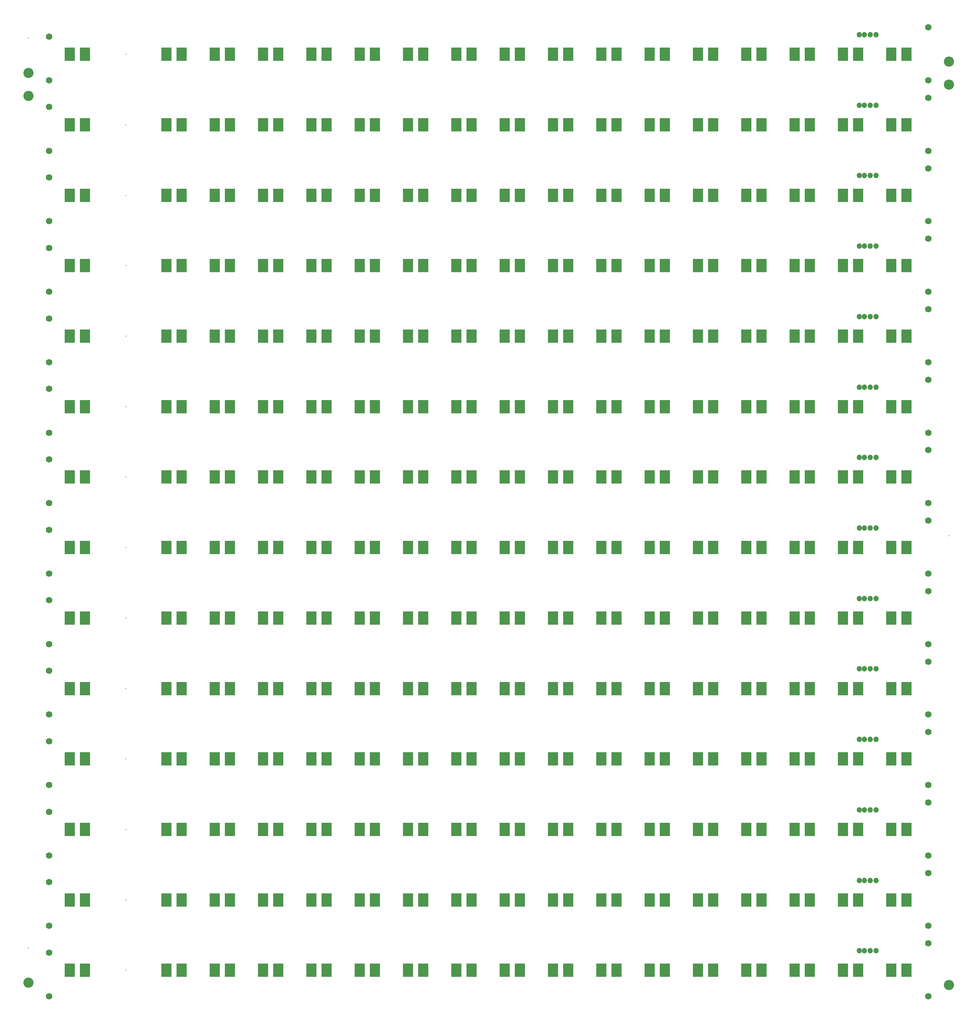
<source format=gbs>
G04 Layer_Color=16711935*
%FSLAX44Y44*%
%MOMM*%
G71*
G01*
G75*
%ADD156C,2.2032*%
%ADD157C,1.4000*%
%ADD168C,0.2032*%
%ADD169C,1.2032*%
%ADD170R,2.2032X3.0032*%
D156*
X25000Y1975000D02*
D03*
Y2025000D02*
D03*
X2025000Y45000D02*
D03*
X25000Y50000D02*
D03*
X2025000Y2000000D02*
D03*
Y2050000D02*
D03*
D157*
X1980000Y20000D02*
D03*
Y135000D02*
D03*
X70000Y115000D02*
D03*
Y20000D02*
D03*
X1980000Y173000D02*
D03*
Y288000D02*
D03*
X70000Y268000D02*
D03*
Y173000D02*
D03*
X1980000Y326000D02*
D03*
Y441000D02*
D03*
X70000Y421000D02*
D03*
Y326000D02*
D03*
X1980000Y479000D02*
D03*
Y594000D02*
D03*
X70000Y574000D02*
D03*
Y479000D02*
D03*
X1980000Y632000D02*
D03*
Y747000D02*
D03*
X70000Y727000D02*
D03*
Y632000D02*
D03*
X1980000Y785000D02*
D03*
Y900000D02*
D03*
X70000Y880000D02*
D03*
Y785000D02*
D03*
X1980000Y938000D02*
D03*
Y1053000D02*
D03*
X70000Y1033000D02*
D03*
Y938000D02*
D03*
X1980000Y1091000D02*
D03*
Y1206000D02*
D03*
X70000Y1186000D02*
D03*
Y1091000D02*
D03*
X1980000Y1244000D02*
D03*
Y1359000D02*
D03*
X70000Y1339000D02*
D03*
Y1244000D02*
D03*
X1980000Y1397000D02*
D03*
Y1512000D02*
D03*
X70000Y1492000D02*
D03*
Y1397000D02*
D03*
X1980000Y1550000D02*
D03*
Y1665000D02*
D03*
X70000Y1645000D02*
D03*
Y1550000D02*
D03*
X1980000Y1703000D02*
D03*
Y1818000D02*
D03*
X70000Y1798000D02*
D03*
Y1703000D02*
D03*
X1980000Y1856000D02*
D03*
Y1971000D02*
D03*
X70000Y1951000D02*
D03*
Y1856000D02*
D03*
X1980000Y2009000D02*
D03*
Y2124000D02*
D03*
X70000Y2104000D02*
D03*
Y2009000D02*
D03*
D168*
X25000Y2100000D02*
D03*
Y125000D02*
D03*
X2025000Y1020000D02*
D03*
X236750Y76500D02*
D03*
Y229500D02*
D03*
Y382500D02*
D03*
Y535500D02*
D03*
Y688500D02*
D03*
Y841500D02*
D03*
Y994500D02*
D03*
Y1147500D02*
D03*
Y1300500D02*
D03*
Y1453500D02*
D03*
Y1606500D02*
D03*
Y1759500D02*
D03*
Y1912500D02*
D03*
Y2065500D02*
D03*
D169*
X1830000Y119000D02*
D03*
X1841000D02*
D03*
X1854000D02*
D03*
X1867000D02*
D03*
X1830000Y272000D02*
D03*
X1841000D02*
D03*
X1854000D02*
D03*
X1867000D02*
D03*
X1830000Y425000D02*
D03*
X1841000D02*
D03*
X1854000D02*
D03*
X1867000D02*
D03*
X1830000Y578000D02*
D03*
X1841000D02*
D03*
X1854000D02*
D03*
X1867000D02*
D03*
X1830000Y731000D02*
D03*
X1841000D02*
D03*
X1854000D02*
D03*
X1867000D02*
D03*
X1830000Y884000D02*
D03*
X1841000D02*
D03*
X1854000D02*
D03*
X1867000D02*
D03*
X1830000Y1037000D02*
D03*
X1841000D02*
D03*
X1854000D02*
D03*
X1867000D02*
D03*
X1830000Y1190000D02*
D03*
X1841000D02*
D03*
X1854000D02*
D03*
X1867000D02*
D03*
X1830000Y1343000D02*
D03*
X1841000D02*
D03*
X1854000D02*
D03*
X1867000D02*
D03*
X1830000Y1496000D02*
D03*
X1841000D02*
D03*
X1854000D02*
D03*
X1867000D02*
D03*
X1830000Y1649000D02*
D03*
X1841000D02*
D03*
X1854000D02*
D03*
X1867000D02*
D03*
X1830000Y1802000D02*
D03*
X1841000D02*
D03*
X1854000D02*
D03*
X1867000D02*
D03*
X1830000Y1955000D02*
D03*
X1841000D02*
D03*
X1854000D02*
D03*
X1867000D02*
D03*
X1830000Y2108000D02*
D03*
X1841000D02*
D03*
X1854000D02*
D03*
X1867000D02*
D03*
D170*
X148010Y76500D02*
D03*
X114990D02*
D03*
X324990D02*
D03*
X358010D02*
D03*
X463010D02*
D03*
X429990D02*
D03*
X534990D02*
D03*
X568010D02*
D03*
X673010Y76500D02*
D03*
X639990D02*
D03*
X744990Y76500D02*
D03*
X778010D02*
D03*
X883010Y76500D02*
D03*
X849990D02*
D03*
X954990Y76500D02*
D03*
X988010D02*
D03*
X1093010D02*
D03*
X1059990D02*
D03*
X1164990D02*
D03*
X1198010D02*
D03*
X1303010D02*
D03*
X1269990D02*
D03*
X1374990D02*
D03*
X1408010D02*
D03*
X1513010Y76500D02*
D03*
X1479990D02*
D03*
X1584990D02*
D03*
X1618010D02*
D03*
X1723010Y76500D02*
D03*
X1689990D02*
D03*
X1794990Y76500D02*
D03*
X1828010D02*
D03*
X1933010Y76500D02*
D03*
X1899990D02*
D03*
X148010Y229500D02*
D03*
X114990D02*
D03*
X324990D02*
D03*
X358010D02*
D03*
X463010D02*
D03*
X429990D02*
D03*
X534990D02*
D03*
X568010D02*
D03*
X673010Y229500D02*
D03*
X639990D02*
D03*
X744990Y229500D02*
D03*
X778010D02*
D03*
X883010Y229500D02*
D03*
X849990D02*
D03*
X954990Y229500D02*
D03*
X988010D02*
D03*
X1093010D02*
D03*
X1059990D02*
D03*
X1164990D02*
D03*
X1198010D02*
D03*
X1303010D02*
D03*
X1269990D02*
D03*
X1374990D02*
D03*
X1408010D02*
D03*
X1513010Y229500D02*
D03*
X1479990D02*
D03*
X1584990D02*
D03*
X1618010D02*
D03*
X1723010Y229500D02*
D03*
X1689990D02*
D03*
X1794990Y229500D02*
D03*
X1828010D02*
D03*
X1933010Y229500D02*
D03*
X1899990D02*
D03*
X148010Y382500D02*
D03*
X114990D02*
D03*
X324990D02*
D03*
X358010D02*
D03*
X463010D02*
D03*
X429990D02*
D03*
X534990D02*
D03*
X568010D02*
D03*
X673010Y382500D02*
D03*
X639990D02*
D03*
X744990Y382500D02*
D03*
X778010D02*
D03*
X883010Y382500D02*
D03*
X849990D02*
D03*
X954990Y382500D02*
D03*
X988010D02*
D03*
X1093010D02*
D03*
X1059990D02*
D03*
X1164990D02*
D03*
X1198010D02*
D03*
X1303010D02*
D03*
X1269990D02*
D03*
X1374990D02*
D03*
X1408010D02*
D03*
X1513010Y382500D02*
D03*
X1479990D02*
D03*
X1584990D02*
D03*
X1618010D02*
D03*
X1723010Y382500D02*
D03*
X1689990D02*
D03*
X1794990Y382500D02*
D03*
X1828010D02*
D03*
X1933010Y382500D02*
D03*
X1899990D02*
D03*
X148010Y535500D02*
D03*
X114990D02*
D03*
X324990D02*
D03*
X358010D02*
D03*
X463010D02*
D03*
X429990D02*
D03*
X534990D02*
D03*
X568010D02*
D03*
X673010Y535500D02*
D03*
X639990D02*
D03*
X744990Y535500D02*
D03*
X778010D02*
D03*
X883010Y535500D02*
D03*
X849990D02*
D03*
X954990Y535500D02*
D03*
X988010D02*
D03*
X1093010D02*
D03*
X1059990D02*
D03*
X1164990D02*
D03*
X1198010D02*
D03*
X1303010D02*
D03*
X1269990D02*
D03*
X1374990D02*
D03*
X1408010D02*
D03*
X1513010Y535500D02*
D03*
X1479990D02*
D03*
X1584990D02*
D03*
X1618010D02*
D03*
X1723010Y535500D02*
D03*
X1689990D02*
D03*
X1794990Y535500D02*
D03*
X1828010D02*
D03*
X1933010Y535500D02*
D03*
X1899990D02*
D03*
X148010Y688500D02*
D03*
X114990D02*
D03*
X324990D02*
D03*
X358010D02*
D03*
X463010D02*
D03*
X429990D02*
D03*
X534990D02*
D03*
X568010D02*
D03*
X673010Y688500D02*
D03*
X639990D02*
D03*
X744990Y688500D02*
D03*
X778010D02*
D03*
X883010Y688500D02*
D03*
X849990D02*
D03*
X954990Y688500D02*
D03*
X988010D02*
D03*
X1093010D02*
D03*
X1059990D02*
D03*
X1164990D02*
D03*
X1198010D02*
D03*
X1303010D02*
D03*
X1269990D02*
D03*
X1374990D02*
D03*
X1408010D02*
D03*
X1513010Y688500D02*
D03*
X1479990D02*
D03*
X1584990D02*
D03*
X1618010D02*
D03*
X1723010Y688500D02*
D03*
X1689990D02*
D03*
X1794990Y688500D02*
D03*
X1828010D02*
D03*
X1933010Y688500D02*
D03*
X1899990D02*
D03*
X148010Y841500D02*
D03*
X114990D02*
D03*
X324990D02*
D03*
X358010D02*
D03*
X463010D02*
D03*
X429990D02*
D03*
X534990D02*
D03*
X568010D02*
D03*
X673010Y841500D02*
D03*
X639990D02*
D03*
X744990Y841500D02*
D03*
X778010D02*
D03*
X883010Y841500D02*
D03*
X849990D02*
D03*
X954990Y841500D02*
D03*
X988010D02*
D03*
X1093010D02*
D03*
X1059990D02*
D03*
X1164990D02*
D03*
X1198010D02*
D03*
X1303010D02*
D03*
X1269990D02*
D03*
X1374990D02*
D03*
X1408010D02*
D03*
X1513010Y841500D02*
D03*
X1479990D02*
D03*
X1584990D02*
D03*
X1618010D02*
D03*
X1723010Y841500D02*
D03*
X1689990D02*
D03*
X1794990Y841500D02*
D03*
X1828010D02*
D03*
X1933010Y841500D02*
D03*
X1899990D02*
D03*
X148010Y994500D02*
D03*
X114990D02*
D03*
X324990D02*
D03*
X358010D02*
D03*
X463010D02*
D03*
X429990D02*
D03*
X534990D02*
D03*
X568010D02*
D03*
X673010Y994500D02*
D03*
X639990D02*
D03*
X744990Y994500D02*
D03*
X778010D02*
D03*
X883010Y994500D02*
D03*
X849990D02*
D03*
X954990Y994500D02*
D03*
X988010D02*
D03*
X1093010D02*
D03*
X1059990D02*
D03*
X1164990D02*
D03*
X1198010D02*
D03*
X1303010D02*
D03*
X1269990D02*
D03*
X1374990D02*
D03*
X1408010D02*
D03*
X1513010Y994500D02*
D03*
X1479990D02*
D03*
X1584990D02*
D03*
X1618010D02*
D03*
X1723010Y994500D02*
D03*
X1689990D02*
D03*
X1794990Y994500D02*
D03*
X1828010D02*
D03*
X1933010Y994500D02*
D03*
X1899990D02*
D03*
X148010Y1147500D02*
D03*
X114990D02*
D03*
X324990D02*
D03*
X358010D02*
D03*
X463010D02*
D03*
X429990D02*
D03*
X534990D02*
D03*
X568010D02*
D03*
X673010Y1147500D02*
D03*
X639990D02*
D03*
X744990Y1147500D02*
D03*
X778010D02*
D03*
X883010Y1147500D02*
D03*
X849990D02*
D03*
X954990Y1147500D02*
D03*
X988010D02*
D03*
X1093010D02*
D03*
X1059990D02*
D03*
X1164990D02*
D03*
X1198010D02*
D03*
X1303010D02*
D03*
X1269990D02*
D03*
X1374990D02*
D03*
X1408010D02*
D03*
X1513010Y1147500D02*
D03*
X1479990D02*
D03*
X1584990D02*
D03*
X1618010D02*
D03*
X1723010Y1147500D02*
D03*
X1689990D02*
D03*
X1794990Y1147500D02*
D03*
X1828010D02*
D03*
X1933010Y1147500D02*
D03*
X1899990D02*
D03*
X148010Y1300500D02*
D03*
X114990D02*
D03*
X324990D02*
D03*
X358010D02*
D03*
X463010D02*
D03*
X429990D02*
D03*
X534990D02*
D03*
X568010D02*
D03*
X673010Y1300500D02*
D03*
X639990D02*
D03*
X744990Y1300500D02*
D03*
X778010D02*
D03*
X883010Y1300500D02*
D03*
X849990D02*
D03*
X954990Y1300500D02*
D03*
X988010D02*
D03*
X1093010D02*
D03*
X1059990D02*
D03*
X1164990D02*
D03*
X1198010D02*
D03*
X1303010D02*
D03*
X1269990D02*
D03*
X1374990D02*
D03*
X1408010D02*
D03*
X1513010Y1300500D02*
D03*
X1479990D02*
D03*
X1584990D02*
D03*
X1618010D02*
D03*
X1723010Y1300500D02*
D03*
X1689990D02*
D03*
X1794990Y1300500D02*
D03*
X1828010D02*
D03*
X1933010Y1300500D02*
D03*
X1899990D02*
D03*
X148010Y1453500D02*
D03*
X114990D02*
D03*
X324990D02*
D03*
X358010D02*
D03*
X463010D02*
D03*
X429990D02*
D03*
X534990D02*
D03*
X568010D02*
D03*
X673010Y1453500D02*
D03*
X639990D02*
D03*
X744990Y1453500D02*
D03*
X778010D02*
D03*
X883010Y1453500D02*
D03*
X849990D02*
D03*
X954990Y1453500D02*
D03*
X988010D02*
D03*
X1093010D02*
D03*
X1059990D02*
D03*
X1164990D02*
D03*
X1198010D02*
D03*
X1303010D02*
D03*
X1269990D02*
D03*
X1374990D02*
D03*
X1408010D02*
D03*
X1513010Y1453500D02*
D03*
X1479990D02*
D03*
X1584990D02*
D03*
X1618010D02*
D03*
X1723010Y1453500D02*
D03*
X1689990D02*
D03*
X1794990Y1453500D02*
D03*
X1828010D02*
D03*
X1933010Y1453500D02*
D03*
X1899990D02*
D03*
X148010Y1606500D02*
D03*
X114990D02*
D03*
X324990D02*
D03*
X358010D02*
D03*
X463010D02*
D03*
X429990D02*
D03*
X534990D02*
D03*
X568010D02*
D03*
X673010Y1606500D02*
D03*
X639990D02*
D03*
X744990Y1606500D02*
D03*
X778010D02*
D03*
X883010Y1606500D02*
D03*
X849990D02*
D03*
X954990Y1606500D02*
D03*
X988010D02*
D03*
X1093010D02*
D03*
X1059990D02*
D03*
X1164990D02*
D03*
X1198010D02*
D03*
X1303010D02*
D03*
X1269990D02*
D03*
X1374990D02*
D03*
X1408010D02*
D03*
X1513010Y1606500D02*
D03*
X1479990D02*
D03*
X1584990D02*
D03*
X1618010D02*
D03*
X1723010Y1606500D02*
D03*
X1689990D02*
D03*
X1794990Y1606500D02*
D03*
X1828010D02*
D03*
X1933010Y1606500D02*
D03*
X1899990D02*
D03*
X148010Y1759500D02*
D03*
X114990D02*
D03*
X324990D02*
D03*
X358010D02*
D03*
X463010D02*
D03*
X429990D02*
D03*
X534990D02*
D03*
X568010D02*
D03*
X673010Y1759500D02*
D03*
X639990D02*
D03*
X744990Y1759500D02*
D03*
X778010D02*
D03*
X883010Y1759500D02*
D03*
X849990D02*
D03*
X954990Y1759500D02*
D03*
X988010D02*
D03*
X1093010D02*
D03*
X1059990D02*
D03*
X1164990D02*
D03*
X1198010D02*
D03*
X1303010D02*
D03*
X1269990D02*
D03*
X1374990D02*
D03*
X1408010D02*
D03*
X1513010Y1759500D02*
D03*
X1479990D02*
D03*
X1584990D02*
D03*
X1618010D02*
D03*
X1723010Y1759500D02*
D03*
X1689990D02*
D03*
X1794990Y1759500D02*
D03*
X1828010D02*
D03*
X1933010Y1759500D02*
D03*
X1899990D02*
D03*
X148010Y1912500D02*
D03*
X114990D02*
D03*
X324990D02*
D03*
X358010D02*
D03*
X463010D02*
D03*
X429990D02*
D03*
X534990D02*
D03*
X568010D02*
D03*
X673010Y1912500D02*
D03*
X639990D02*
D03*
X744990Y1912500D02*
D03*
X778010D02*
D03*
X883010Y1912500D02*
D03*
X849990D02*
D03*
X954990Y1912500D02*
D03*
X988010D02*
D03*
X1093010D02*
D03*
X1059990D02*
D03*
X1164990D02*
D03*
X1198010D02*
D03*
X1303010D02*
D03*
X1269990D02*
D03*
X1374990D02*
D03*
X1408010D02*
D03*
X1513010Y1912500D02*
D03*
X1479990D02*
D03*
X1584990D02*
D03*
X1618010D02*
D03*
X1723010Y1912500D02*
D03*
X1689990D02*
D03*
X1794990Y1912500D02*
D03*
X1828010D02*
D03*
X1933010Y1912500D02*
D03*
X1899990D02*
D03*
X148010Y2065500D02*
D03*
X114990D02*
D03*
X324990D02*
D03*
X358010D02*
D03*
X463010D02*
D03*
X429990D02*
D03*
X534990D02*
D03*
X568010D02*
D03*
X673010Y2065500D02*
D03*
X639990D02*
D03*
X744990Y2065500D02*
D03*
X778010D02*
D03*
X883010Y2065500D02*
D03*
X849990D02*
D03*
X954990Y2065500D02*
D03*
X988010D02*
D03*
X1093010D02*
D03*
X1059990D02*
D03*
X1164990D02*
D03*
X1198010D02*
D03*
X1303010D02*
D03*
X1269990D02*
D03*
X1374990D02*
D03*
X1408010D02*
D03*
X1513010Y2065500D02*
D03*
X1479990D02*
D03*
X1584990D02*
D03*
X1618010D02*
D03*
X1723010Y2065500D02*
D03*
X1689990D02*
D03*
X1794990Y2065500D02*
D03*
X1828010D02*
D03*
X1933010Y2065500D02*
D03*
X1899990D02*
D03*
M02*

</source>
